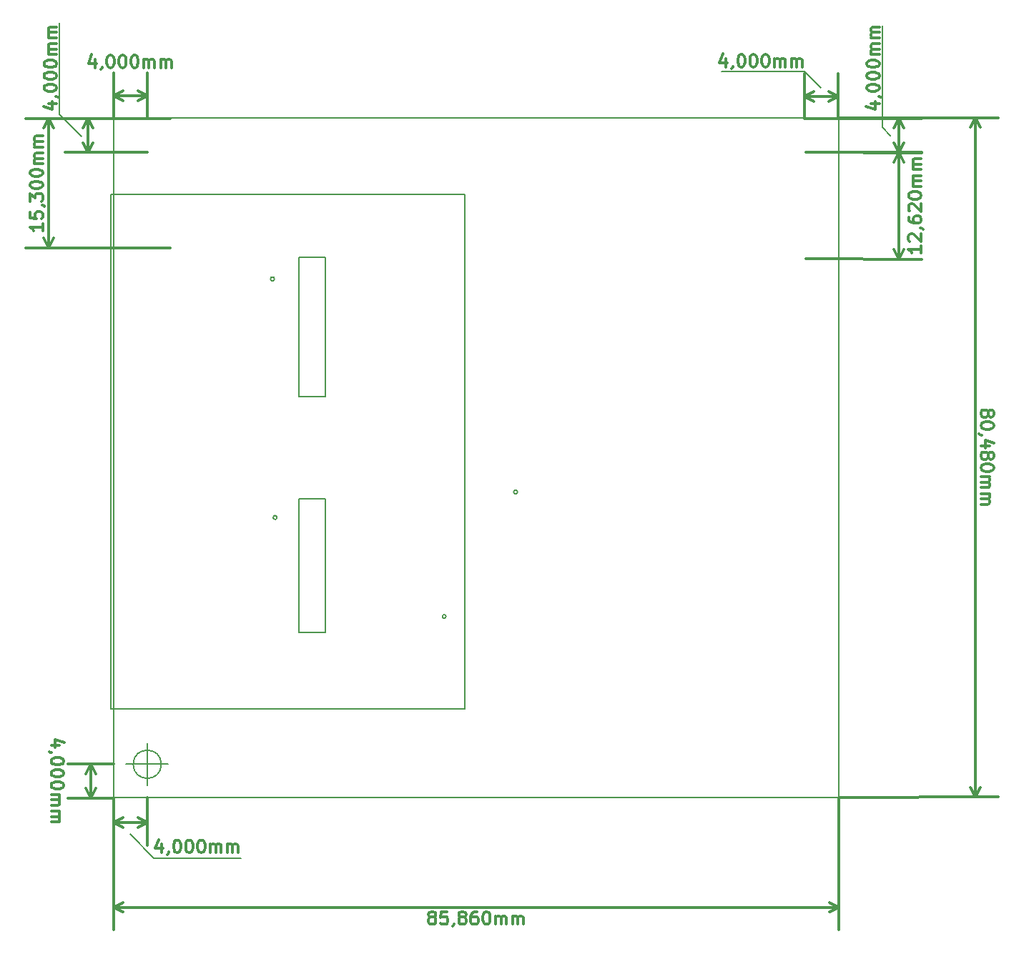
<source format=gbr>
G04 #@! TF.GenerationSoftware,KiCad,Pcbnew,(5.1.5)-3*
G04 #@! TF.CreationDate,2021-04-17T16:45:16-03:00*
G04 #@! TF.ProjectId,PonchoBiopotenciales,506f6e63-686f-4426-996f-706f74656e63,1.0*
G04 #@! TF.SameCoordinates,Original*
G04 #@! TF.FileFunction,OtherDrawing,Comment*
%FSLAX46Y46*%
G04 Gerber Fmt 4.6, Leading zero omitted, Abs format (unit mm)*
G04 Created by KiCad (PCBNEW (5.1.5)-3) date 2021-04-17 16:45:16*
%MOMM*%
%LPD*%
G04 APERTURE LIST*
%ADD10C,0.150000*%
%ADD11C,0.300000*%
%ADD12C,0.200000*%
G04 APERTURE END LIST*
D10*
X125095000Y-84455000D02*
X121920000Y-84455000D01*
X125095000Y-100965000D02*
X125095000Y-84455000D01*
X121920000Y-100965000D02*
X125095000Y-100965000D01*
X121920000Y-98425000D02*
X121920000Y-100965000D01*
X121920000Y-84455000D02*
X121920000Y-98425000D01*
X125095000Y-113030000D02*
X121920000Y-113030000D01*
X125095000Y-128905000D02*
X125095000Y-113030000D01*
X124460000Y-128905000D02*
X125095000Y-128905000D01*
X121920000Y-128905000D02*
X124460000Y-128905000D01*
X121920000Y-113030000D02*
X121920000Y-128905000D01*
X105666666Y-144500000D02*
G75*
G03X105666666Y-144500000I-1666666J0D01*
G01*
X101500000Y-144500000D02*
X106500000Y-144500000D01*
X104000000Y-142000000D02*
X104000000Y-147000000D01*
D11*
X93621428Y-142285714D02*
X92621428Y-142285714D01*
X94192857Y-141928571D02*
X93121428Y-141571428D01*
X93121428Y-142500000D01*
X92692857Y-143142857D02*
X92621428Y-143142857D01*
X92478571Y-143071428D01*
X92407142Y-143000000D01*
X94121428Y-144071428D02*
X94121428Y-144214285D01*
X94050000Y-144357142D01*
X93978571Y-144428571D01*
X93835714Y-144500000D01*
X93550000Y-144571428D01*
X93192857Y-144571428D01*
X92907142Y-144500000D01*
X92764285Y-144428571D01*
X92692857Y-144357142D01*
X92621428Y-144214285D01*
X92621428Y-144071428D01*
X92692857Y-143928571D01*
X92764285Y-143857142D01*
X92907142Y-143785714D01*
X93192857Y-143714285D01*
X93550000Y-143714285D01*
X93835714Y-143785714D01*
X93978571Y-143857142D01*
X94050000Y-143928571D01*
X94121428Y-144071428D01*
X94121428Y-145500000D02*
X94121428Y-145642857D01*
X94050000Y-145785714D01*
X93978571Y-145857142D01*
X93835714Y-145928571D01*
X93550000Y-146000000D01*
X93192857Y-146000000D01*
X92907142Y-145928571D01*
X92764285Y-145857142D01*
X92692857Y-145785714D01*
X92621428Y-145642857D01*
X92621428Y-145500000D01*
X92692857Y-145357142D01*
X92764285Y-145285714D01*
X92907142Y-145214285D01*
X93192857Y-145142857D01*
X93550000Y-145142857D01*
X93835714Y-145214285D01*
X93978571Y-145285714D01*
X94050000Y-145357142D01*
X94121428Y-145500000D01*
X94121428Y-146928571D02*
X94121428Y-147071428D01*
X94050000Y-147214285D01*
X93978571Y-147285714D01*
X93835714Y-147357142D01*
X93550000Y-147428571D01*
X93192857Y-147428571D01*
X92907142Y-147357142D01*
X92764285Y-147285714D01*
X92692857Y-147214285D01*
X92621428Y-147071428D01*
X92621428Y-146928571D01*
X92692857Y-146785714D01*
X92764285Y-146714285D01*
X92907142Y-146642857D01*
X93192857Y-146571428D01*
X93550000Y-146571428D01*
X93835714Y-146642857D01*
X93978571Y-146714285D01*
X94050000Y-146785714D01*
X94121428Y-146928571D01*
X92621428Y-148071428D02*
X93621428Y-148071428D01*
X93478571Y-148071428D02*
X93550000Y-148142857D01*
X93621428Y-148285714D01*
X93621428Y-148500000D01*
X93550000Y-148642857D01*
X93407142Y-148714285D01*
X92621428Y-148714285D01*
X93407142Y-148714285D02*
X93550000Y-148785714D01*
X93621428Y-148928571D01*
X93621428Y-149142857D01*
X93550000Y-149285714D01*
X93407142Y-149357142D01*
X92621428Y-149357142D01*
X92621428Y-150071428D02*
X93621428Y-150071428D01*
X93478571Y-150071428D02*
X93550000Y-150142857D01*
X93621428Y-150285714D01*
X93621428Y-150500000D01*
X93550000Y-150642857D01*
X93407142Y-150714285D01*
X92621428Y-150714285D01*
X93407142Y-150714285D02*
X93550000Y-150785714D01*
X93621428Y-150928571D01*
X93621428Y-151142857D01*
X93550000Y-151285714D01*
X93407142Y-151357142D01*
X92621428Y-151357142D01*
X97300000Y-144500000D02*
X97300000Y-148500000D01*
X100000000Y-144500000D02*
X94600000Y-144500000D01*
X100000000Y-148500000D02*
X94600000Y-148500000D01*
X97300000Y-148500000D02*
X96713579Y-147373496D01*
X97300000Y-148500000D02*
X97886421Y-147373496D01*
X97300000Y-144500000D02*
X96713579Y-145626504D01*
X97300000Y-144500000D02*
X97886421Y-145626504D01*
D12*
X104800000Y-155600000D02*
X115100000Y-155600000D01*
X102000000Y-152800000D02*
X104800000Y-155600000D01*
D11*
X105685714Y-153978571D02*
X105685714Y-154978571D01*
X105328571Y-153407142D02*
X104971428Y-154478571D01*
X105900000Y-154478571D01*
X106542857Y-154907142D02*
X106542857Y-154978571D01*
X106471428Y-155121428D01*
X106400000Y-155192857D01*
X107471428Y-153478571D02*
X107614285Y-153478571D01*
X107757142Y-153550000D01*
X107828571Y-153621428D01*
X107900000Y-153764285D01*
X107971428Y-154050000D01*
X107971428Y-154407142D01*
X107900000Y-154692857D01*
X107828571Y-154835714D01*
X107757142Y-154907142D01*
X107614285Y-154978571D01*
X107471428Y-154978571D01*
X107328571Y-154907142D01*
X107257142Y-154835714D01*
X107185714Y-154692857D01*
X107114285Y-154407142D01*
X107114285Y-154050000D01*
X107185714Y-153764285D01*
X107257142Y-153621428D01*
X107328571Y-153550000D01*
X107471428Y-153478571D01*
X108900000Y-153478571D02*
X109042857Y-153478571D01*
X109185714Y-153550000D01*
X109257142Y-153621428D01*
X109328571Y-153764285D01*
X109400000Y-154050000D01*
X109400000Y-154407142D01*
X109328571Y-154692857D01*
X109257142Y-154835714D01*
X109185714Y-154907142D01*
X109042857Y-154978571D01*
X108900000Y-154978571D01*
X108757142Y-154907142D01*
X108685714Y-154835714D01*
X108614285Y-154692857D01*
X108542857Y-154407142D01*
X108542857Y-154050000D01*
X108614285Y-153764285D01*
X108685714Y-153621428D01*
X108757142Y-153550000D01*
X108900000Y-153478571D01*
X110328571Y-153478571D02*
X110471428Y-153478571D01*
X110614285Y-153550000D01*
X110685714Y-153621428D01*
X110757142Y-153764285D01*
X110828571Y-154050000D01*
X110828571Y-154407142D01*
X110757142Y-154692857D01*
X110685714Y-154835714D01*
X110614285Y-154907142D01*
X110471428Y-154978571D01*
X110328571Y-154978571D01*
X110185714Y-154907142D01*
X110114285Y-154835714D01*
X110042857Y-154692857D01*
X109971428Y-154407142D01*
X109971428Y-154050000D01*
X110042857Y-153764285D01*
X110114285Y-153621428D01*
X110185714Y-153550000D01*
X110328571Y-153478571D01*
X111471428Y-154978571D02*
X111471428Y-153978571D01*
X111471428Y-154121428D02*
X111542857Y-154050000D01*
X111685714Y-153978571D01*
X111900000Y-153978571D01*
X112042857Y-154050000D01*
X112114285Y-154192857D01*
X112114285Y-154978571D01*
X112114285Y-154192857D02*
X112185714Y-154050000D01*
X112328571Y-153978571D01*
X112542857Y-153978571D01*
X112685714Y-154050000D01*
X112757142Y-154192857D01*
X112757142Y-154978571D01*
X113471428Y-154978571D02*
X113471428Y-153978571D01*
X113471428Y-154121428D02*
X113542857Y-154050000D01*
X113685714Y-153978571D01*
X113900000Y-153978571D01*
X114042857Y-154050000D01*
X114114285Y-154192857D01*
X114114285Y-154978571D01*
X114114285Y-154192857D02*
X114185714Y-154050000D01*
X114328571Y-153978571D01*
X114542857Y-153978571D01*
X114685714Y-154050000D01*
X114757142Y-154192857D01*
X114757142Y-154978571D01*
X104000000Y-151400000D02*
X100000000Y-151400000D01*
X104000000Y-148400000D02*
X104000000Y-154100000D01*
X100000000Y-148400000D02*
X100000000Y-154100000D01*
X100000000Y-151400000D02*
X101126504Y-150813579D01*
X100000000Y-151400000D02*
X101126504Y-151986421D01*
X104000000Y-151400000D02*
X102873496Y-150813579D01*
X104000000Y-151400000D02*
X102873496Y-151986421D01*
D12*
X93600000Y-67500000D02*
X93600000Y-56700000D01*
X96200000Y-70100000D02*
X93600000Y-67500000D01*
D11*
X97785714Y-60978571D02*
X97785714Y-61978571D01*
X97428571Y-60407142D02*
X97071428Y-61478571D01*
X98000000Y-61478571D01*
X98642857Y-61907142D02*
X98642857Y-61978571D01*
X98571428Y-62121428D01*
X98500000Y-62192857D01*
X99571428Y-60478571D02*
X99714285Y-60478571D01*
X99857142Y-60550000D01*
X99928571Y-60621428D01*
X100000000Y-60764285D01*
X100071428Y-61050000D01*
X100071428Y-61407142D01*
X100000000Y-61692857D01*
X99928571Y-61835714D01*
X99857142Y-61907142D01*
X99714285Y-61978571D01*
X99571428Y-61978571D01*
X99428571Y-61907142D01*
X99357142Y-61835714D01*
X99285714Y-61692857D01*
X99214285Y-61407142D01*
X99214285Y-61050000D01*
X99285714Y-60764285D01*
X99357142Y-60621428D01*
X99428571Y-60550000D01*
X99571428Y-60478571D01*
X101000000Y-60478571D02*
X101142857Y-60478571D01*
X101285714Y-60550000D01*
X101357142Y-60621428D01*
X101428571Y-60764285D01*
X101500000Y-61050000D01*
X101500000Y-61407142D01*
X101428571Y-61692857D01*
X101357142Y-61835714D01*
X101285714Y-61907142D01*
X101142857Y-61978571D01*
X101000000Y-61978571D01*
X100857142Y-61907142D01*
X100785714Y-61835714D01*
X100714285Y-61692857D01*
X100642857Y-61407142D01*
X100642857Y-61050000D01*
X100714285Y-60764285D01*
X100785714Y-60621428D01*
X100857142Y-60550000D01*
X101000000Y-60478571D01*
X102428571Y-60478571D02*
X102571428Y-60478571D01*
X102714285Y-60550000D01*
X102785714Y-60621428D01*
X102857142Y-60764285D01*
X102928571Y-61050000D01*
X102928571Y-61407142D01*
X102857142Y-61692857D01*
X102785714Y-61835714D01*
X102714285Y-61907142D01*
X102571428Y-61978571D01*
X102428571Y-61978571D01*
X102285714Y-61907142D01*
X102214285Y-61835714D01*
X102142857Y-61692857D01*
X102071428Y-61407142D01*
X102071428Y-61050000D01*
X102142857Y-60764285D01*
X102214285Y-60621428D01*
X102285714Y-60550000D01*
X102428571Y-60478571D01*
X103571428Y-61978571D02*
X103571428Y-60978571D01*
X103571428Y-61121428D02*
X103642857Y-61050000D01*
X103785714Y-60978571D01*
X104000000Y-60978571D01*
X104142857Y-61050000D01*
X104214285Y-61192857D01*
X104214285Y-61978571D01*
X104214285Y-61192857D02*
X104285714Y-61050000D01*
X104428571Y-60978571D01*
X104642857Y-60978571D01*
X104785714Y-61050000D01*
X104857142Y-61192857D01*
X104857142Y-61978571D01*
X105571428Y-61978571D02*
X105571428Y-60978571D01*
X105571428Y-61121428D02*
X105642857Y-61050000D01*
X105785714Y-60978571D01*
X106000000Y-60978571D01*
X106142857Y-61050000D01*
X106214285Y-61192857D01*
X106214285Y-61978571D01*
X106214285Y-61192857D02*
X106285714Y-61050000D01*
X106428571Y-60978571D01*
X106642857Y-60978571D01*
X106785714Y-61050000D01*
X106857142Y-61192857D01*
X106857142Y-61978571D01*
X104000000Y-65300000D02*
X100000000Y-65300000D01*
X104000000Y-68000000D02*
X104000000Y-62600000D01*
X100000000Y-68000000D02*
X100000000Y-62600000D01*
X100000000Y-65300000D02*
X101126504Y-64713579D01*
X100000000Y-65300000D02*
X101126504Y-65886421D01*
X104000000Y-65300000D02*
X102873496Y-64713579D01*
X104000000Y-65300000D02*
X102873496Y-65886421D01*
D12*
X181800000Y-62400000D02*
X172000000Y-62400000D01*
X183800000Y-64400000D02*
X181800000Y-62400000D01*
D11*
X172485714Y-60878571D02*
X172485714Y-61878571D01*
X172128571Y-60307142D02*
X171771428Y-61378571D01*
X172700000Y-61378571D01*
X173342857Y-61807142D02*
X173342857Y-61878571D01*
X173271428Y-62021428D01*
X173200000Y-62092857D01*
X174271428Y-60378571D02*
X174414285Y-60378571D01*
X174557142Y-60450000D01*
X174628571Y-60521428D01*
X174700000Y-60664285D01*
X174771428Y-60950000D01*
X174771428Y-61307142D01*
X174700000Y-61592857D01*
X174628571Y-61735714D01*
X174557142Y-61807142D01*
X174414285Y-61878571D01*
X174271428Y-61878571D01*
X174128571Y-61807142D01*
X174057142Y-61735714D01*
X173985714Y-61592857D01*
X173914285Y-61307142D01*
X173914285Y-60950000D01*
X173985714Y-60664285D01*
X174057142Y-60521428D01*
X174128571Y-60450000D01*
X174271428Y-60378571D01*
X175700000Y-60378571D02*
X175842857Y-60378571D01*
X175985714Y-60450000D01*
X176057142Y-60521428D01*
X176128571Y-60664285D01*
X176200000Y-60950000D01*
X176200000Y-61307142D01*
X176128571Y-61592857D01*
X176057142Y-61735714D01*
X175985714Y-61807142D01*
X175842857Y-61878571D01*
X175700000Y-61878571D01*
X175557142Y-61807142D01*
X175485714Y-61735714D01*
X175414285Y-61592857D01*
X175342857Y-61307142D01*
X175342857Y-60950000D01*
X175414285Y-60664285D01*
X175485714Y-60521428D01*
X175557142Y-60450000D01*
X175700000Y-60378571D01*
X177128571Y-60378571D02*
X177271428Y-60378571D01*
X177414285Y-60450000D01*
X177485714Y-60521428D01*
X177557142Y-60664285D01*
X177628571Y-60950000D01*
X177628571Y-61307142D01*
X177557142Y-61592857D01*
X177485714Y-61735714D01*
X177414285Y-61807142D01*
X177271428Y-61878571D01*
X177128571Y-61878571D01*
X176985714Y-61807142D01*
X176914285Y-61735714D01*
X176842857Y-61592857D01*
X176771428Y-61307142D01*
X176771428Y-60950000D01*
X176842857Y-60664285D01*
X176914285Y-60521428D01*
X176985714Y-60450000D01*
X177128571Y-60378571D01*
X178271428Y-61878571D02*
X178271428Y-60878571D01*
X178271428Y-61021428D02*
X178342857Y-60950000D01*
X178485714Y-60878571D01*
X178700000Y-60878571D01*
X178842857Y-60950000D01*
X178914285Y-61092857D01*
X178914285Y-61878571D01*
X178914285Y-61092857D02*
X178985714Y-60950000D01*
X179128571Y-60878571D01*
X179342857Y-60878571D01*
X179485714Y-60950000D01*
X179557142Y-61092857D01*
X179557142Y-61878571D01*
X180271428Y-61878571D02*
X180271428Y-60878571D01*
X180271428Y-61021428D02*
X180342857Y-60950000D01*
X180485714Y-60878571D01*
X180700000Y-60878571D01*
X180842857Y-60950000D01*
X180914285Y-61092857D01*
X180914285Y-61878571D01*
X180914285Y-61092857D02*
X180985714Y-60950000D01*
X181128571Y-60878571D01*
X181342857Y-60878571D01*
X181485714Y-60950000D01*
X181557142Y-61092857D01*
X181557142Y-61878571D01*
X181800000Y-65400000D02*
X185800000Y-65400000D01*
X181800000Y-68000000D02*
X181800000Y-62700000D01*
X185800000Y-68000000D02*
X185800000Y-62700000D01*
X185800000Y-65400000D02*
X184673496Y-65986421D01*
X185800000Y-65400000D02*
X184673496Y-64813579D01*
X181800000Y-65400000D02*
X182926504Y-65986421D01*
X181800000Y-65400000D02*
X182926504Y-64813579D01*
X91628571Y-80435714D02*
X91628571Y-81292857D01*
X91628571Y-80864285D02*
X90128571Y-80864285D01*
X90342857Y-81007142D01*
X90485714Y-81150000D01*
X90557142Y-81292857D01*
X90128571Y-79078571D02*
X90128571Y-79792857D01*
X90842857Y-79864285D01*
X90771428Y-79792857D01*
X90700000Y-79650000D01*
X90700000Y-79292857D01*
X90771428Y-79150000D01*
X90842857Y-79078571D01*
X90985714Y-79007142D01*
X91342857Y-79007142D01*
X91485714Y-79078571D01*
X91557142Y-79150000D01*
X91628571Y-79292857D01*
X91628571Y-79650000D01*
X91557142Y-79792857D01*
X91485714Y-79864285D01*
X91557142Y-78292857D02*
X91628571Y-78292857D01*
X91771428Y-78364285D01*
X91842857Y-78435714D01*
X90128571Y-77792857D02*
X90128571Y-76864285D01*
X90700000Y-77364285D01*
X90700000Y-77150000D01*
X90771428Y-77007142D01*
X90842857Y-76935714D01*
X90985714Y-76864285D01*
X91342857Y-76864285D01*
X91485714Y-76935714D01*
X91557142Y-77007142D01*
X91628571Y-77150000D01*
X91628571Y-77578571D01*
X91557142Y-77721428D01*
X91485714Y-77792857D01*
X90128571Y-75935714D02*
X90128571Y-75792857D01*
X90200000Y-75650000D01*
X90271428Y-75578571D01*
X90414285Y-75507142D01*
X90700000Y-75435714D01*
X91057142Y-75435714D01*
X91342857Y-75507142D01*
X91485714Y-75578571D01*
X91557142Y-75650000D01*
X91628571Y-75792857D01*
X91628571Y-75935714D01*
X91557142Y-76078571D01*
X91485714Y-76150000D01*
X91342857Y-76221428D01*
X91057142Y-76292857D01*
X90700000Y-76292857D01*
X90414285Y-76221428D01*
X90271428Y-76150000D01*
X90200000Y-76078571D01*
X90128571Y-75935714D01*
X90128571Y-74507142D02*
X90128571Y-74364285D01*
X90200000Y-74221428D01*
X90271428Y-74150000D01*
X90414285Y-74078571D01*
X90700000Y-74007142D01*
X91057142Y-74007142D01*
X91342857Y-74078571D01*
X91485714Y-74150000D01*
X91557142Y-74221428D01*
X91628571Y-74364285D01*
X91628571Y-74507142D01*
X91557142Y-74650000D01*
X91485714Y-74721428D01*
X91342857Y-74792857D01*
X91057142Y-74864285D01*
X90700000Y-74864285D01*
X90414285Y-74792857D01*
X90271428Y-74721428D01*
X90200000Y-74650000D01*
X90128571Y-74507142D01*
X91628571Y-73364285D02*
X90628571Y-73364285D01*
X90771428Y-73364285D02*
X90700000Y-73292857D01*
X90628571Y-73150000D01*
X90628571Y-72935714D01*
X90700000Y-72792857D01*
X90842857Y-72721428D01*
X91628571Y-72721428D01*
X90842857Y-72721428D02*
X90700000Y-72650000D01*
X90628571Y-72507142D01*
X90628571Y-72292857D01*
X90700000Y-72150000D01*
X90842857Y-72078571D01*
X91628571Y-72078571D01*
X91628571Y-71364285D02*
X90628571Y-71364285D01*
X90771428Y-71364285D02*
X90700000Y-71292857D01*
X90628571Y-71150000D01*
X90628571Y-70935714D01*
X90700000Y-70792857D01*
X90842857Y-70721428D01*
X91628571Y-70721428D01*
X90842857Y-70721428D02*
X90700000Y-70650000D01*
X90628571Y-70507142D01*
X90628571Y-70292857D01*
X90700000Y-70150000D01*
X90842857Y-70078571D01*
X91628571Y-70078571D01*
X92300000Y-83300000D02*
X92300000Y-68000000D01*
X106700000Y-83300000D02*
X89600000Y-83300000D01*
X106700000Y-68000000D02*
X89600000Y-68000000D01*
X92300000Y-68000000D02*
X92886421Y-69126504D01*
X92300000Y-68000000D02*
X91713579Y-69126504D01*
X92300000Y-83300000D02*
X92886421Y-82173496D01*
X92300000Y-83300000D02*
X91713579Y-82173496D01*
X92278571Y-66214285D02*
X93278571Y-66214285D01*
X91707142Y-66571428D02*
X92778571Y-66928571D01*
X92778571Y-66000000D01*
X93207142Y-65357142D02*
X93278571Y-65357142D01*
X93421428Y-65428571D01*
X93492857Y-65500000D01*
X91778571Y-64428571D02*
X91778571Y-64285714D01*
X91850000Y-64142857D01*
X91921428Y-64071428D01*
X92064285Y-64000000D01*
X92350000Y-63928571D01*
X92707142Y-63928571D01*
X92992857Y-64000000D01*
X93135714Y-64071428D01*
X93207142Y-64142857D01*
X93278571Y-64285714D01*
X93278571Y-64428571D01*
X93207142Y-64571428D01*
X93135714Y-64642857D01*
X92992857Y-64714285D01*
X92707142Y-64785714D01*
X92350000Y-64785714D01*
X92064285Y-64714285D01*
X91921428Y-64642857D01*
X91850000Y-64571428D01*
X91778571Y-64428571D01*
X91778571Y-63000000D02*
X91778571Y-62857142D01*
X91850000Y-62714285D01*
X91921428Y-62642857D01*
X92064285Y-62571428D01*
X92350000Y-62500000D01*
X92707142Y-62500000D01*
X92992857Y-62571428D01*
X93135714Y-62642857D01*
X93207142Y-62714285D01*
X93278571Y-62857142D01*
X93278571Y-63000000D01*
X93207142Y-63142857D01*
X93135714Y-63214285D01*
X92992857Y-63285714D01*
X92707142Y-63357142D01*
X92350000Y-63357142D01*
X92064285Y-63285714D01*
X91921428Y-63214285D01*
X91850000Y-63142857D01*
X91778571Y-63000000D01*
X91778571Y-61571428D02*
X91778571Y-61428571D01*
X91850000Y-61285714D01*
X91921428Y-61214285D01*
X92064285Y-61142857D01*
X92350000Y-61071428D01*
X92707142Y-61071428D01*
X92992857Y-61142857D01*
X93135714Y-61214285D01*
X93207142Y-61285714D01*
X93278571Y-61428571D01*
X93278571Y-61571428D01*
X93207142Y-61714285D01*
X93135714Y-61785714D01*
X92992857Y-61857142D01*
X92707142Y-61928571D01*
X92350000Y-61928571D01*
X92064285Y-61857142D01*
X91921428Y-61785714D01*
X91850000Y-61714285D01*
X91778571Y-61571428D01*
X93278571Y-60428571D02*
X92278571Y-60428571D01*
X92421428Y-60428571D02*
X92350000Y-60357142D01*
X92278571Y-60214285D01*
X92278571Y-60000000D01*
X92350000Y-59857142D01*
X92492857Y-59785714D01*
X93278571Y-59785714D01*
X92492857Y-59785714D02*
X92350000Y-59714285D01*
X92278571Y-59571428D01*
X92278571Y-59357142D01*
X92350000Y-59214285D01*
X92492857Y-59142857D01*
X93278571Y-59142857D01*
X93278571Y-58428571D02*
X92278571Y-58428571D01*
X92421428Y-58428571D02*
X92350000Y-58357142D01*
X92278571Y-58214285D01*
X92278571Y-58000000D01*
X92350000Y-57857142D01*
X92492857Y-57785714D01*
X93278571Y-57785714D01*
X92492857Y-57785714D02*
X92350000Y-57714285D01*
X92278571Y-57571428D01*
X92278571Y-57357142D01*
X92350000Y-57214285D01*
X92492857Y-57142857D01*
X93278571Y-57142857D01*
X97000000Y-72000000D02*
X97000000Y-68000000D01*
X104000000Y-72000000D02*
X94300000Y-72000000D01*
X104000000Y-68000000D02*
X94300000Y-68000000D01*
X97000000Y-68000000D02*
X97586421Y-69126504D01*
X97000000Y-68000000D02*
X96413579Y-69126504D01*
X97000000Y-72000000D02*
X97586421Y-70873496D01*
X97000000Y-72000000D02*
X96413579Y-70873496D01*
X195627193Y-83107313D02*
X195625155Y-83964454D01*
X195626174Y-83535884D02*
X194126178Y-83532318D01*
X194340124Y-83675684D01*
X194482641Y-83818880D01*
X194553729Y-83961907D01*
X194271412Y-82532660D02*
X194200153Y-82461062D01*
X194129065Y-82318036D01*
X194129914Y-81960894D01*
X194201682Y-81818207D01*
X194273280Y-81746948D01*
X194416306Y-81675859D01*
X194559163Y-81676199D01*
X194773278Y-81748137D01*
X195628381Y-82607315D01*
X195630589Y-81678746D01*
X195560858Y-80964292D02*
X195632286Y-80964462D01*
X195774973Y-81036230D01*
X195846232Y-81107828D01*
X194135347Y-79675186D02*
X194134668Y-79960899D01*
X194205757Y-80103926D01*
X194277015Y-80175524D01*
X194490961Y-80318890D01*
X194776504Y-80390998D01*
X195347931Y-80392356D01*
X195490958Y-80321267D01*
X195562556Y-80250009D01*
X195634324Y-80107322D01*
X195635003Y-79821608D01*
X195563914Y-79678582D01*
X195492656Y-79606984D01*
X195349969Y-79535216D01*
X194992827Y-79534367D01*
X194849801Y-79605455D01*
X194778202Y-79676714D01*
X194706434Y-79819401D01*
X194705755Y-80105114D01*
X194776844Y-80248141D01*
X194848103Y-80319739D01*
X194990790Y-80391507D01*
X194279902Y-78961242D02*
X194208643Y-78889644D01*
X194137554Y-78746617D01*
X194138403Y-78389475D01*
X194210171Y-78246788D01*
X194281770Y-78175530D01*
X194424796Y-78104441D01*
X194567653Y-78104781D01*
X194781768Y-78176718D01*
X195636871Y-79035896D01*
X195639078Y-78107327D01*
X194141290Y-77175193D02*
X194141630Y-77032336D01*
X194213398Y-76889649D01*
X194284996Y-76818391D01*
X194428022Y-76747302D01*
X194713906Y-76676553D01*
X195071047Y-76677402D01*
X195356591Y-76749509D01*
X195499278Y-76821277D01*
X195570537Y-76892875D01*
X195641625Y-77035902D01*
X195641286Y-77178759D01*
X195569518Y-77321446D01*
X195497920Y-77392704D01*
X195354893Y-77463793D01*
X195069010Y-77534542D01*
X194711868Y-77533693D01*
X194426324Y-77461586D01*
X194283637Y-77389818D01*
X194212379Y-77318219D01*
X194141290Y-77175193D01*
X195644003Y-76035905D02*
X194644005Y-76033528D01*
X194786862Y-76033867D02*
X194715604Y-75962269D01*
X194644515Y-75819242D01*
X194645024Y-75604957D01*
X194716792Y-75462270D01*
X194859819Y-75391182D01*
X195645531Y-75393049D01*
X194859819Y-75391182D02*
X194717132Y-75319414D01*
X194646043Y-75176387D01*
X194646552Y-74962102D01*
X194718320Y-74819415D01*
X194861347Y-74748326D01*
X195647059Y-74750194D01*
X195648757Y-74035910D02*
X194648760Y-74033533D01*
X194791616Y-74033873D02*
X194720358Y-73962275D01*
X194649269Y-73819248D01*
X194649779Y-73604963D01*
X194721546Y-73462276D01*
X194864573Y-73391187D01*
X195650285Y-73393055D01*
X194864573Y-73391187D02*
X194721886Y-73319419D01*
X194650797Y-73176393D01*
X194651307Y-72962108D01*
X194723075Y-72819421D01*
X194866101Y-72748332D01*
X195651813Y-72750200D01*
X193008487Y-72026169D02*
X192978487Y-84646169D01*
X182000000Y-72000000D02*
X195708479Y-72032587D01*
X181970000Y-84620000D02*
X195678479Y-84652587D01*
X192978487Y-84646169D02*
X192394746Y-83518274D01*
X192978487Y-84646169D02*
X193567584Y-83521062D01*
X193008487Y-72026169D02*
X192419390Y-73151276D01*
X193008487Y-72026169D02*
X193592228Y-73154064D01*
D12*
X191000000Y-69000000D02*
X191000000Y-57000000D01*
X192000000Y-70000000D02*
X191000000Y-69000000D01*
D11*
X189678571Y-66214285D02*
X190678571Y-66214285D01*
X189107142Y-66571428D02*
X190178571Y-66928571D01*
X190178571Y-66000000D01*
X190607142Y-65357142D02*
X190678571Y-65357142D01*
X190821428Y-65428571D01*
X190892857Y-65500000D01*
X189178571Y-64428571D02*
X189178571Y-64285714D01*
X189250000Y-64142857D01*
X189321428Y-64071428D01*
X189464285Y-64000000D01*
X189750000Y-63928571D01*
X190107142Y-63928571D01*
X190392857Y-64000000D01*
X190535714Y-64071428D01*
X190607142Y-64142857D01*
X190678571Y-64285714D01*
X190678571Y-64428571D01*
X190607142Y-64571428D01*
X190535714Y-64642857D01*
X190392857Y-64714285D01*
X190107142Y-64785714D01*
X189750000Y-64785714D01*
X189464285Y-64714285D01*
X189321428Y-64642857D01*
X189250000Y-64571428D01*
X189178571Y-64428571D01*
X189178571Y-63000000D02*
X189178571Y-62857142D01*
X189250000Y-62714285D01*
X189321428Y-62642857D01*
X189464285Y-62571428D01*
X189750000Y-62500000D01*
X190107142Y-62500000D01*
X190392857Y-62571428D01*
X190535714Y-62642857D01*
X190607142Y-62714285D01*
X190678571Y-62857142D01*
X190678571Y-63000000D01*
X190607142Y-63142857D01*
X190535714Y-63214285D01*
X190392857Y-63285714D01*
X190107142Y-63357142D01*
X189750000Y-63357142D01*
X189464285Y-63285714D01*
X189321428Y-63214285D01*
X189250000Y-63142857D01*
X189178571Y-63000000D01*
X189178571Y-61571428D02*
X189178571Y-61428571D01*
X189250000Y-61285714D01*
X189321428Y-61214285D01*
X189464285Y-61142857D01*
X189750000Y-61071428D01*
X190107142Y-61071428D01*
X190392857Y-61142857D01*
X190535714Y-61214285D01*
X190607142Y-61285714D01*
X190678571Y-61428571D01*
X190678571Y-61571428D01*
X190607142Y-61714285D01*
X190535714Y-61785714D01*
X190392857Y-61857142D01*
X190107142Y-61928571D01*
X189750000Y-61928571D01*
X189464285Y-61857142D01*
X189321428Y-61785714D01*
X189250000Y-61714285D01*
X189178571Y-61571428D01*
X190678571Y-60428571D02*
X189678571Y-60428571D01*
X189821428Y-60428571D02*
X189750000Y-60357142D01*
X189678571Y-60214285D01*
X189678571Y-60000000D01*
X189750000Y-59857142D01*
X189892857Y-59785714D01*
X190678571Y-59785714D01*
X189892857Y-59785714D02*
X189750000Y-59714285D01*
X189678571Y-59571428D01*
X189678571Y-59357142D01*
X189750000Y-59214285D01*
X189892857Y-59142857D01*
X190678571Y-59142857D01*
X190678571Y-58428571D02*
X189678571Y-58428571D01*
X189821428Y-58428571D02*
X189750000Y-58357142D01*
X189678571Y-58214285D01*
X189678571Y-58000000D01*
X189750000Y-57857142D01*
X189892857Y-57785714D01*
X190678571Y-57785714D01*
X189892857Y-57785714D02*
X189750000Y-57714285D01*
X189678571Y-57571428D01*
X189678571Y-57357142D01*
X189750000Y-57214285D01*
X189892857Y-57142857D01*
X190678571Y-57142857D01*
X193000000Y-72000000D02*
X193000000Y-68000000D01*
X182000000Y-72000000D02*
X195700000Y-72000000D01*
X182000000Y-68000000D02*
X195700000Y-68000000D01*
X193000000Y-68000000D02*
X193586421Y-69126504D01*
X193000000Y-68000000D02*
X192413579Y-69126504D01*
X193000000Y-72000000D02*
X193586421Y-70873496D01*
X193000000Y-72000000D02*
X192413579Y-70873496D01*
X203564776Y-102798463D02*
X203636169Y-102655589D01*
X203707580Y-102584142D01*
X203850419Y-102512678D01*
X203921847Y-102512660D01*
X204064722Y-102584053D01*
X204136169Y-102655464D01*
X204207633Y-102798304D01*
X204207704Y-103084018D01*
X204136311Y-103226893D01*
X204064900Y-103298339D01*
X203922060Y-103369803D01*
X203850632Y-103369821D01*
X203707757Y-103298428D01*
X203636311Y-103227017D01*
X203564847Y-103084178D01*
X203564776Y-102798463D01*
X203493312Y-102655624D01*
X203421865Y-102584213D01*
X203278990Y-102512820D01*
X202993276Y-102512891D01*
X202850437Y-102584355D01*
X202779026Y-102655802D01*
X202707633Y-102798676D01*
X202707704Y-103084391D01*
X202779168Y-103227230D01*
X202850614Y-103298641D01*
X202993489Y-103370034D01*
X203279203Y-103369963D01*
X203422043Y-103298499D01*
X203493454Y-103227053D01*
X203564847Y-103084178D01*
X204208006Y-104298304D02*
X204208041Y-104441161D01*
X204136648Y-104584036D01*
X204065237Y-104655482D01*
X203922398Y-104726946D01*
X203636701Y-104798446D01*
X203279558Y-104798534D01*
X202993826Y-104727177D01*
X202850951Y-104655784D01*
X202779505Y-104584373D01*
X202708041Y-104441534D01*
X202708006Y-104298676D01*
X202779399Y-104155802D01*
X202850809Y-104084355D01*
X202993649Y-104012891D01*
X203279345Y-103941392D01*
X203636488Y-103941303D01*
X203922220Y-104012660D01*
X204065095Y-104084053D01*
X204136541Y-104155464D01*
X204208006Y-104298304D01*
X202779736Y-105512944D02*
X202708307Y-105512962D01*
X202565432Y-105441569D01*
X202493986Y-105370158D01*
X203708627Y-106798428D02*
X202708627Y-106798676D01*
X204279967Y-106441143D02*
X203208449Y-106084266D01*
X203208680Y-107012838D01*
X203566018Y-107798463D02*
X203637411Y-107655588D01*
X203708822Y-107584142D01*
X203851661Y-107512678D01*
X203923090Y-107512660D01*
X204065965Y-107584053D01*
X204137411Y-107655464D01*
X204208875Y-107798304D01*
X204208946Y-108084018D01*
X204137553Y-108226893D01*
X204066142Y-108298339D01*
X203923303Y-108369803D01*
X203851874Y-108369821D01*
X203709000Y-108298428D01*
X203637553Y-108227017D01*
X203566089Y-108084178D01*
X203566018Y-107798463D01*
X203494554Y-107655624D01*
X203423108Y-107584213D01*
X203280233Y-107512820D01*
X202994519Y-107512891D01*
X202851679Y-107584355D01*
X202780268Y-107655801D01*
X202708875Y-107798676D01*
X202708946Y-108084391D01*
X202780410Y-108227230D01*
X202851857Y-108298641D01*
X202994732Y-108370034D01*
X203280446Y-108369963D01*
X203423285Y-108298499D01*
X203494696Y-108227052D01*
X203566089Y-108084178D01*
X204209248Y-109298303D02*
X204209284Y-109441161D01*
X204137890Y-109584036D01*
X204066480Y-109655482D01*
X203923640Y-109726946D01*
X203637944Y-109798445D01*
X203280801Y-109798534D01*
X202995069Y-109727177D01*
X202852194Y-109655784D01*
X202780748Y-109584373D01*
X202709284Y-109441533D01*
X202709248Y-109298676D01*
X202780641Y-109155801D01*
X202852052Y-109084355D01*
X202994891Y-109012891D01*
X203280588Y-108941391D01*
X203637731Y-108941303D01*
X203923463Y-109012660D01*
X204066338Y-109084053D01*
X204137784Y-109155464D01*
X204209248Y-109298303D01*
X202709532Y-110441533D02*
X203709532Y-110441285D01*
X203566675Y-110441320D02*
X203638121Y-110512731D01*
X203709585Y-110655571D01*
X203709639Y-110869856D01*
X203638246Y-111012731D01*
X203495406Y-111084195D01*
X202709692Y-111084390D01*
X203495406Y-111084195D02*
X203638281Y-111155588D01*
X203709745Y-111298428D01*
X203709798Y-111512713D01*
X203638405Y-111655588D01*
X203495566Y-111727052D01*
X202709852Y-111727248D01*
X202710029Y-112441533D02*
X203710029Y-112441285D01*
X203567172Y-112441320D02*
X203638618Y-112512731D01*
X203710082Y-112655570D01*
X203710136Y-112869856D01*
X203638743Y-113012731D01*
X203495903Y-113084195D01*
X202710189Y-113084390D01*
X203495903Y-113084195D02*
X203638778Y-113155588D01*
X203710242Y-113298428D01*
X203710295Y-113512713D01*
X203638902Y-113655588D01*
X203496063Y-113727052D01*
X202710349Y-113727248D01*
X202047536Y-148395987D02*
X202027536Y-67915987D01*
X185900000Y-148400000D02*
X204747536Y-148395316D01*
X185880000Y-67920000D02*
X204727536Y-67915316D01*
X202027536Y-67915987D02*
X202614237Y-69042345D01*
X202027536Y-67915987D02*
X201441395Y-69042636D01*
X202047536Y-148395987D02*
X202633677Y-147269338D01*
X202047536Y-148395987D02*
X201460835Y-147269629D01*
X137592857Y-162611428D02*
X137450000Y-162540000D01*
X137378571Y-162468571D01*
X137307142Y-162325714D01*
X137307142Y-162254285D01*
X137378571Y-162111428D01*
X137450000Y-162040000D01*
X137592857Y-161968571D01*
X137878571Y-161968571D01*
X138021428Y-162040000D01*
X138092857Y-162111428D01*
X138164285Y-162254285D01*
X138164285Y-162325714D01*
X138092857Y-162468571D01*
X138021428Y-162540000D01*
X137878571Y-162611428D01*
X137592857Y-162611428D01*
X137450000Y-162682857D01*
X137378571Y-162754285D01*
X137307142Y-162897142D01*
X137307142Y-163182857D01*
X137378571Y-163325714D01*
X137450000Y-163397142D01*
X137592857Y-163468571D01*
X137878571Y-163468571D01*
X138021428Y-163397142D01*
X138092857Y-163325714D01*
X138164285Y-163182857D01*
X138164285Y-162897142D01*
X138092857Y-162754285D01*
X138021428Y-162682857D01*
X137878571Y-162611428D01*
X139521428Y-161968571D02*
X138807142Y-161968571D01*
X138735714Y-162682857D01*
X138807142Y-162611428D01*
X138950000Y-162540000D01*
X139307142Y-162540000D01*
X139450000Y-162611428D01*
X139521428Y-162682857D01*
X139592857Y-162825714D01*
X139592857Y-163182857D01*
X139521428Y-163325714D01*
X139450000Y-163397142D01*
X139307142Y-163468571D01*
X138950000Y-163468571D01*
X138807142Y-163397142D01*
X138735714Y-163325714D01*
X140307142Y-163397142D02*
X140307142Y-163468571D01*
X140235714Y-163611428D01*
X140164285Y-163682857D01*
X141164285Y-162611428D02*
X141021428Y-162540000D01*
X140950000Y-162468571D01*
X140878571Y-162325714D01*
X140878571Y-162254285D01*
X140950000Y-162111428D01*
X141021428Y-162040000D01*
X141164285Y-161968571D01*
X141450000Y-161968571D01*
X141592857Y-162040000D01*
X141664285Y-162111428D01*
X141735714Y-162254285D01*
X141735714Y-162325714D01*
X141664285Y-162468571D01*
X141592857Y-162540000D01*
X141450000Y-162611428D01*
X141164285Y-162611428D01*
X141021428Y-162682857D01*
X140950000Y-162754285D01*
X140878571Y-162897142D01*
X140878571Y-163182857D01*
X140950000Y-163325714D01*
X141021428Y-163397142D01*
X141164285Y-163468571D01*
X141450000Y-163468571D01*
X141592857Y-163397142D01*
X141664285Y-163325714D01*
X141735714Y-163182857D01*
X141735714Y-162897142D01*
X141664285Y-162754285D01*
X141592857Y-162682857D01*
X141450000Y-162611428D01*
X143021428Y-161968571D02*
X142735714Y-161968571D01*
X142592857Y-162040000D01*
X142521428Y-162111428D01*
X142378571Y-162325714D01*
X142307142Y-162611428D01*
X142307142Y-163182857D01*
X142378571Y-163325714D01*
X142450000Y-163397142D01*
X142592857Y-163468571D01*
X142878571Y-163468571D01*
X143021428Y-163397142D01*
X143092857Y-163325714D01*
X143164285Y-163182857D01*
X143164285Y-162825714D01*
X143092857Y-162682857D01*
X143021428Y-162611428D01*
X142878571Y-162540000D01*
X142592857Y-162540000D01*
X142450000Y-162611428D01*
X142378571Y-162682857D01*
X142307142Y-162825714D01*
X144092857Y-161968571D02*
X144235714Y-161968571D01*
X144378571Y-162040000D01*
X144450000Y-162111428D01*
X144521428Y-162254285D01*
X144592857Y-162540000D01*
X144592857Y-162897142D01*
X144521428Y-163182857D01*
X144450000Y-163325714D01*
X144378571Y-163397142D01*
X144235714Y-163468571D01*
X144092857Y-163468571D01*
X143950000Y-163397142D01*
X143878571Y-163325714D01*
X143807142Y-163182857D01*
X143735714Y-162897142D01*
X143735714Y-162540000D01*
X143807142Y-162254285D01*
X143878571Y-162111428D01*
X143950000Y-162040000D01*
X144092857Y-161968571D01*
X145235714Y-163468571D02*
X145235714Y-162468571D01*
X145235714Y-162611428D02*
X145307142Y-162540000D01*
X145450000Y-162468571D01*
X145664285Y-162468571D01*
X145807142Y-162540000D01*
X145878571Y-162682857D01*
X145878571Y-163468571D01*
X145878571Y-162682857D02*
X145950000Y-162540000D01*
X146092857Y-162468571D01*
X146307142Y-162468571D01*
X146450000Y-162540000D01*
X146521428Y-162682857D01*
X146521428Y-163468571D01*
X147235714Y-163468571D02*
X147235714Y-162468571D01*
X147235714Y-162611428D02*
X147307142Y-162540000D01*
X147450000Y-162468571D01*
X147664285Y-162468571D01*
X147807142Y-162540000D01*
X147878571Y-162682857D01*
X147878571Y-163468571D01*
X147878571Y-162682857D02*
X147950000Y-162540000D01*
X148092857Y-162468571D01*
X148307142Y-162468571D01*
X148450000Y-162540000D01*
X148521428Y-162682857D01*
X148521428Y-163468571D01*
X100020000Y-161440000D02*
X185880000Y-161440000D01*
X100020000Y-148420000D02*
X100020000Y-164140000D01*
X185880000Y-148420000D02*
X185880000Y-164140000D01*
X185880000Y-161440000D02*
X184753496Y-162026421D01*
X185880000Y-161440000D02*
X184753496Y-160853579D01*
X100020000Y-161440000D02*
X101146504Y-162026421D01*
X100020000Y-161440000D02*
X101146504Y-160853579D01*
D12*
X119361948Y-115260000D02*
G75*
G03X119361948Y-115260000I-231948J0D01*
G01*
X119053452Y-87000000D02*
G75*
G03X119053452Y-87000000I-233452J0D01*
G01*
X147830000Y-112240000D02*
G75*
G03X147830000Y-112240000I-230000J0D01*
G01*
X139380227Y-126990000D02*
G75*
G03X139380227Y-126990000I-220227J0D01*
G01*
D10*
X100015000Y-67920000D02*
X185880000Y-67920000D01*
X100015000Y-67920000D02*
X100015000Y-148420000D01*
X185875000Y-148420000D02*
X185875000Y-67920000D01*
X100010000Y-148420000D02*
X185875000Y-148420000D01*
X141605000Y-76970000D02*
X99695000Y-76970000D01*
X141605000Y-137930000D02*
X99695000Y-137930000D01*
X141605000Y-76970000D02*
X141605000Y-137930000D01*
X99695000Y-137930000D02*
X99695000Y-76970000D01*
M02*

</source>
